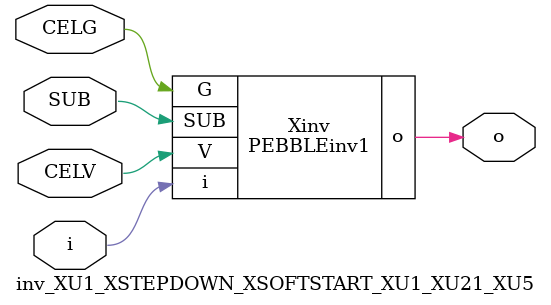
<source format=v>



module PEBBLEinv1 ( o, G, SUB, V, i );

  input V;
  input i;
  input G;
  output o;
  input SUB;
endmodule

//Celera Confidential Do Not Copy inv_XU1_XSTEPDOWN_XSOFTSTART_XU1_XU21_XU5
//Celera Confidential Symbol Generator
//5V Inverter
module inv_XU1_XSTEPDOWN_XSOFTSTART_XU1_XU21_XU5 (CELV,CELG,i,o,SUB);
input CELV;
input CELG;
input i;
input SUB;
output o;

//Celera Confidential Do Not Copy inv
PEBBLEinv1 Xinv(
.V (CELV),
.i (i),
.o (o),
.SUB (SUB),
.G (CELG)
);
//,diesize,PEBBLEinv1

//Celera Confidential Do Not Copy Module End
//Celera Schematic Generator
endmodule

</source>
